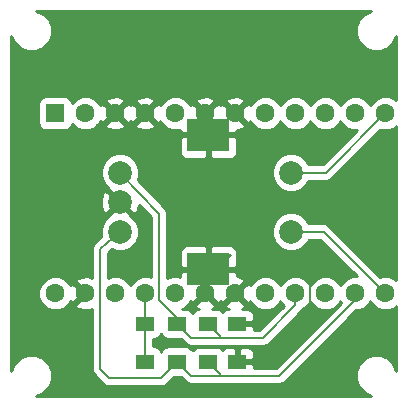
<source format=gbl>
G04 #@! TF.FileFunction,Copper,L2,Bot,Signal*
%FSLAX46Y46*%
G04 Gerber Fmt 4.6, Leading zero omitted, Abs format (unit mm)*
G04 Created by KiCad (PCBNEW 4.0.7) date Tue Jul  3 21:06:47 2018*
%MOMM*%
%LPD*%
G01*
G04 APERTURE LIST*
%ADD10C,0.100000*%
%ADD11R,3.600000X2.800000*%
%ADD12C,2.000000*%
%ADD13R,1.500000X1.250000*%
%ADD14R,1.500000X1.300000*%
%ADD15R,1.600000X1.600000*%
%ADD16C,1.600000*%
%ADD17C,0.600000*%
%ADD18C,0.127000*%
%ADD19C,0.250000*%
%ADD20C,0.254000*%
G04 APERTURE END LIST*
D10*
D11*
X56400000Y-39800000D03*
X56400000Y-51200000D03*
D12*
X63400000Y-43000000D03*
X63400000Y-48000000D03*
X48900000Y-43000000D03*
X48900000Y-45500000D03*
X48900000Y-48000000D03*
D13*
X56350000Y-55800000D03*
X58850000Y-55800000D03*
X56350000Y-59000000D03*
X58850000Y-59000000D03*
D14*
X51050000Y-55800000D03*
X53750000Y-55800000D03*
X51050000Y-59000000D03*
X53750000Y-59000000D03*
D15*
X43430000Y-37980000D03*
D16*
X45970000Y-37980000D03*
X48510000Y-37980000D03*
X51050000Y-37980000D03*
X53590000Y-37980000D03*
X56130000Y-37980000D03*
X58670000Y-37980000D03*
X61210000Y-37980000D03*
X63750000Y-37980000D03*
X66290000Y-37980000D03*
X68830000Y-37980000D03*
X71370000Y-37980000D03*
X71370000Y-53220000D03*
X68830000Y-53220000D03*
X66290000Y-53220000D03*
X63750000Y-53220000D03*
X61210000Y-53220000D03*
X58670000Y-53220000D03*
X56130000Y-53220000D03*
X53590000Y-53220000D03*
X51050000Y-53220000D03*
X48510000Y-53220000D03*
X45970000Y-53220000D03*
X43430000Y-53220000D03*
D17*
X56250000Y-51500000D03*
D18*
X58850000Y-59000000D02*
X60200000Y-59000000D01*
X64600000Y-51200000D02*
X56400000Y-51200000D01*
X65000000Y-51600000D02*
X64600000Y-51200000D01*
X65000000Y-54200000D02*
X65000000Y-51600000D01*
X60200000Y-59000000D02*
X65000000Y-54200000D01*
X56130000Y-37980000D02*
X56130000Y-39530000D01*
X56130000Y-39530000D02*
X56400000Y-39800000D01*
D19*
X57000000Y-51000000D02*
X58000000Y-52000000D01*
X58200000Y-49950000D02*
X57000000Y-51000000D01*
X56250000Y-50750000D02*
X56250000Y-51500000D01*
D18*
X63400000Y-43000000D02*
X66350000Y-43000000D01*
X66350000Y-43000000D02*
X71370000Y-37980000D01*
X63400000Y-48000000D02*
X66150000Y-48000000D01*
X66150000Y-48000000D02*
X71370000Y-53220000D01*
X53750000Y-55800000D02*
X53750000Y-55350000D01*
X53750000Y-55350000D02*
X52200000Y-53800000D01*
X52200000Y-46500000D02*
X48900000Y-43000000D01*
X52200000Y-53800000D02*
X52200000Y-46500000D01*
X57400000Y-57000000D02*
X57400000Y-56850000D01*
X57400000Y-56850000D02*
X56350000Y-55800000D01*
X55000000Y-57000000D02*
X54950000Y-57000000D01*
X63750000Y-54250000D02*
X61000000Y-57000000D01*
X61000000Y-57000000D02*
X57400000Y-57000000D01*
X57400000Y-57000000D02*
X55000000Y-57000000D01*
X63750000Y-53220000D02*
X63750000Y-54250000D01*
X54950000Y-57000000D02*
X53750000Y-55800000D01*
X53750000Y-59000000D02*
X53750000Y-59050000D01*
X53750000Y-59050000D02*
X52400000Y-60400000D01*
X47200000Y-49500000D02*
X48900000Y-48000000D01*
X47200000Y-59600000D02*
X47200000Y-49500000D01*
X48000000Y-60400000D02*
X47200000Y-59600000D01*
X52400000Y-60400000D02*
X48000000Y-60400000D01*
X57400000Y-60200000D02*
X57400000Y-60050000D01*
X57400000Y-60050000D02*
X56350000Y-59000000D01*
X68830000Y-53220000D02*
X68830000Y-53770000D01*
X68830000Y-53770000D02*
X62400000Y-60200000D01*
X62400000Y-60200000D02*
X57400000Y-60200000D01*
X57400000Y-60200000D02*
X54950000Y-60200000D01*
X54950000Y-60200000D02*
X53750000Y-59000000D01*
X51050000Y-59000000D02*
X51050000Y-55800000D01*
X51050000Y-55800000D02*
X51050000Y-53220000D01*
D20*
G36*
X69623011Y-29535067D02*
X69136774Y-30020456D01*
X68873300Y-30654971D01*
X68872701Y-31342014D01*
X69135067Y-31976989D01*
X69620456Y-32463226D01*
X70254971Y-32726700D01*
X70942014Y-32727299D01*
X71576989Y-32464933D01*
X72063226Y-31979544D01*
X72298000Y-31414146D01*
X72298000Y-36889774D01*
X72179386Y-36770953D01*
X71655093Y-36553248D01*
X71087397Y-36552752D01*
X70562725Y-36769543D01*
X70160953Y-37170614D01*
X70100119Y-37317118D01*
X70040457Y-37172725D01*
X69639386Y-36770953D01*
X69115093Y-36553248D01*
X68547397Y-36552752D01*
X68022725Y-36769543D01*
X67620953Y-37170614D01*
X67560119Y-37317118D01*
X67500457Y-37172725D01*
X67099386Y-36770953D01*
X66575093Y-36553248D01*
X66007397Y-36552752D01*
X65482725Y-36769543D01*
X65080953Y-37170614D01*
X65020119Y-37317118D01*
X64960457Y-37172725D01*
X64559386Y-36770953D01*
X64035093Y-36553248D01*
X63467397Y-36552752D01*
X62942725Y-36769543D01*
X62540953Y-37170614D01*
X62480119Y-37317118D01*
X62420457Y-37172725D01*
X62019386Y-36770953D01*
X61495093Y-36553248D01*
X60927397Y-36552752D01*
X60402725Y-36769543D01*
X60000953Y-37170614D01*
X59946240Y-37302379D01*
X59915169Y-37227368D01*
X59670816Y-37153133D01*
X58843948Y-37980000D01*
X59670816Y-38806867D01*
X59915169Y-38732632D01*
X59944027Y-38652916D01*
X59999543Y-38787275D01*
X60400614Y-39189047D01*
X60924907Y-39406752D01*
X61492603Y-39407248D01*
X62017275Y-39190457D01*
X62419047Y-38789386D01*
X62479881Y-38642882D01*
X62539543Y-38787275D01*
X62940614Y-39189047D01*
X63464907Y-39406752D01*
X64032603Y-39407248D01*
X64557275Y-39190457D01*
X64959047Y-38789386D01*
X65019881Y-38642882D01*
X65079543Y-38787275D01*
X65480614Y-39189047D01*
X66004907Y-39406752D01*
X66572603Y-39407248D01*
X67097275Y-39190457D01*
X67499047Y-38789386D01*
X67559881Y-38642882D01*
X67619543Y-38787275D01*
X68020614Y-39189047D01*
X68544907Y-39406752D01*
X68966366Y-39407120D01*
X66063986Y-42309500D01*
X64875108Y-42309500D01*
X64780108Y-42079582D01*
X64322825Y-41621501D01*
X63725050Y-41373283D01*
X63077789Y-41372718D01*
X62479582Y-41619892D01*
X62021501Y-42077175D01*
X61773283Y-42674950D01*
X61772718Y-43322211D01*
X62019892Y-43920418D01*
X62477175Y-44378499D01*
X63074950Y-44626717D01*
X63722211Y-44627282D01*
X64320418Y-44380108D01*
X64778499Y-43922825D01*
X64874969Y-43690500D01*
X66350000Y-43690500D01*
X66614243Y-43637939D01*
X66838257Y-43488257D01*
X70968216Y-39358298D01*
X71084907Y-39406752D01*
X71652603Y-39407248D01*
X72177275Y-39190457D01*
X72298000Y-39069943D01*
X72298000Y-52129774D01*
X72179386Y-52010953D01*
X71655093Y-51793248D01*
X71087397Y-51792752D01*
X70968425Y-51841911D01*
X66638257Y-47511743D01*
X66414243Y-47362061D01*
X66150000Y-47309500D01*
X64875108Y-47309500D01*
X64780108Y-47079582D01*
X64322825Y-46621501D01*
X63725050Y-46373283D01*
X63077789Y-46372718D01*
X62479582Y-46619892D01*
X62021501Y-47077175D01*
X61773283Y-47674950D01*
X61772718Y-48322211D01*
X62019892Y-48920418D01*
X62477175Y-49378499D01*
X63074950Y-49626717D01*
X63722211Y-49627282D01*
X64320418Y-49380108D01*
X64778499Y-48922825D01*
X64874969Y-48690500D01*
X65863986Y-48690500D01*
X68966604Y-51793118D01*
X68547397Y-51792752D01*
X68022725Y-52009543D01*
X67620953Y-52410614D01*
X67560119Y-52557118D01*
X67500457Y-52412725D01*
X67099386Y-52010953D01*
X66575093Y-51793248D01*
X66007397Y-51792752D01*
X65482725Y-52009543D01*
X65080953Y-52410614D01*
X65020119Y-52557118D01*
X64960457Y-52412725D01*
X64559386Y-52010953D01*
X64035093Y-51793248D01*
X63467397Y-51792752D01*
X62942725Y-52009543D01*
X62540953Y-52410614D01*
X62480119Y-52557118D01*
X62420457Y-52412725D01*
X62019386Y-52010953D01*
X61495093Y-51793248D01*
X60927397Y-51792752D01*
X60402725Y-52009543D01*
X60000953Y-52410614D01*
X59946240Y-52542379D01*
X59915169Y-52467368D01*
X59670816Y-52393133D01*
X58843948Y-53220000D01*
X59670816Y-54046867D01*
X59915169Y-53972632D01*
X59944027Y-53892916D01*
X59999543Y-54027275D01*
X60400614Y-54429047D01*
X60924907Y-54646752D01*
X61492603Y-54647248D01*
X62017275Y-54430457D01*
X62419047Y-54029386D01*
X62479881Y-53882882D01*
X62539543Y-54027275D01*
X62767678Y-54255808D01*
X60713986Y-56309500D01*
X60227000Y-56309500D01*
X60227000Y-56079750D01*
X60070250Y-55923000D01*
X58973000Y-55923000D01*
X58973000Y-55943000D01*
X58727000Y-55943000D01*
X58727000Y-55923000D01*
X58707000Y-55923000D01*
X58707000Y-55677000D01*
X58727000Y-55677000D01*
X58727000Y-55657000D01*
X58973000Y-55657000D01*
X58973000Y-55677000D01*
X60070250Y-55677000D01*
X60227000Y-55520250D01*
X60227000Y-55050282D01*
X60131545Y-54819833D01*
X59955167Y-54643455D01*
X59724718Y-54548000D01*
X59222661Y-54548000D01*
X59422632Y-54465169D01*
X59496867Y-54220816D01*
X58670000Y-53393948D01*
X57843133Y-54220816D01*
X57917368Y-54465169D01*
X58146180Y-54548000D01*
X57975282Y-54548000D01*
X57744833Y-54643455D01*
X57597709Y-54790579D01*
X57558243Y-54729247D01*
X57348717Y-54586083D01*
X57100000Y-54535717D01*
X56712314Y-54535717D01*
X56882632Y-54465169D01*
X56956867Y-54220816D01*
X56130000Y-53393948D01*
X55303133Y-54220816D01*
X55377368Y-54465169D01*
X55581740Y-54539153D01*
X55367648Y-54579437D01*
X55154247Y-54716757D01*
X55057451Y-54858421D01*
X54958243Y-54704247D01*
X54748717Y-54561083D01*
X54500000Y-54510717D01*
X54203032Y-54510717D01*
X54397275Y-54430457D01*
X54799047Y-54029386D01*
X54853760Y-53897621D01*
X54884831Y-53972632D01*
X55129184Y-54046867D01*
X55949052Y-53227000D01*
X56120250Y-53227000D01*
X56229742Y-53117509D01*
X56276998Y-53164765D01*
X56276998Y-53227000D01*
X56310948Y-53227000D01*
X57130816Y-54046867D01*
X57375169Y-53972632D01*
X57398330Y-53908653D01*
X57424831Y-53972632D01*
X57669184Y-54046867D01*
X58496052Y-53220000D01*
X58481910Y-53205858D01*
X58655858Y-53031910D01*
X58670000Y-53046052D01*
X59496867Y-52219184D01*
X59422632Y-51974831D01*
X58888836Y-51781594D01*
X58827000Y-51784401D01*
X58827000Y-51479750D01*
X58670250Y-51323000D01*
X56523000Y-51323000D01*
X56523000Y-51343000D01*
X56277000Y-51343000D01*
X56277000Y-51323000D01*
X54129750Y-51323000D01*
X53973000Y-51479750D01*
X53973000Y-51833902D01*
X53875093Y-51793248D01*
X53307397Y-51792752D01*
X52890500Y-51965011D01*
X52890500Y-49675282D01*
X53973000Y-49675282D01*
X53973000Y-50920250D01*
X54129750Y-51077000D01*
X56277000Y-51077000D01*
X56277000Y-49329750D01*
X56523000Y-49329750D01*
X56523000Y-51077000D01*
X58670250Y-51077000D01*
X58827000Y-50920250D01*
X58827000Y-49675282D01*
X58731545Y-49444833D01*
X58555167Y-49268455D01*
X58324718Y-49173000D01*
X56679750Y-49173000D01*
X56523000Y-49329750D01*
X56277000Y-49329750D01*
X56120250Y-49173000D01*
X54475282Y-49173000D01*
X54244833Y-49268455D01*
X54068455Y-49444833D01*
X53973000Y-49675282D01*
X52890500Y-49675282D01*
X52890500Y-46500000D01*
X52866158Y-46377624D01*
X52845431Y-46254626D01*
X52839953Y-46245881D01*
X52837939Y-46235757D01*
X52768623Y-46132019D01*
X52702400Y-46026308D01*
X50413217Y-43598387D01*
X50526717Y-43325050D01*
X50527282Y-42677789D01*
X50280108Y-42079582D01*
X49822825Y-41621501D01*
X49225050Y-41373283D01*
X48577789Y-41372718D01*
X47979582Y-41619892D01*
X47521501Y-42077175D01*
X47273283Y-42674950D01*
X47272718Y-43322211D01*
X47519892Y-43920418D01*
X47935109Y-44336360D01*
X47928378Y-44354430D01*
X48900000Y-45326052D01*
X48914143Y-45311910D01*
X49088091Y-45485858D01*
X49073948Y-45500000D01*
X50045570Y-46471622D01*
X50310662Y-46372869D01*
X50537314Y-45766589D01*
X50536461Y-45742181D01*
X51509500Y-46774193D01*
X51509500Y-51865668D01*
X51335093Y-51793248D01*
X50767397Y-51792752D01*
X50242725Y-52009543D01*
X49840953Y-52410614D01*
X49780119Y-52557118D01*
X49720457Y-52412725D01*
X49319386Y-52010953D01*
X48795093Y-51793248D01*
X48227397Y-51792752D01*
X47890500Y-51931956D01*
X47890500Y-49811601D01*
X48252011Y-49492621D01*
X48574950Y-49626717D01*
X49222211Y-49627282D01*
X49820418Y-49380108D01*
X50278499Y-48922825D01*
X50526717Y-48325050D01*
X50527282Y-47677789D01*
X50280108Y-47079582D01*
X49864891Y-46663640D01*
X49871622Y-46645570D01*
X48900000Y-45673948D01*
X47928378Y-46645570D01*
X47935285Y-46664112D01*
X47521501Y-47077175D01*
X47273283Y-47674950D01*
X47272718Y-48322211D01*
X47331085Y-48463471D01*
X46743150Y-48982237D01*
X46729904Y-48999608D01*
X46711743Y-49011743D01*
X46648653Y-49106164D01*
X46579786Y-49196478D01*
X46574196Y-49217595D01*
X46562061Y-49235757D01*
X46539905Y-49347143D01*
X46510845Y-49456928D01*
X46513762Y-49478575D01*
X46509500Y-49500000D01*
X46509500Y-51897676D01*
X46188836Y-51781594D01*
X45621724Y-51807341D01*
X45217368Y-51974831D01*
X45143133Y-52219184D01*
X45970000Y-53046052D01*
X45984142Y-53031909D01*
X46158091Y-53205858D01*
X46143948Y-53220000D01*
X46158091Y-53234143D01*
X45984142Y-53408091D01*
X45970000Y-53393948D01*
X45143133Y-54220816D01*
X45217368Y-54465169D01*
X45751164Y-54658406D01*
X46318276Y-54632659D01*
X46509500Y-54553451D01*
X46509500Y-59600000D01*
X46562061Y-59864243D01*
X46711743Y-60088257D01*
X47511743Y-60888257D01*
X47735757Y-61037939D01*
X48000000Y-61090500D01*
X52400000Y-61090500D01*
X52664243Y-61037939D01*
X52888257Y-60888257D01*
X53487231Y-60289283D01*
X54062769Y-60289283D01*
X54461743Y-60688257D01*
X54685757Y-60837939D01*
X54950000Y-60890500D01*
X62400000Y-60890500D01*
X62664243Y-60837939D01*
X62888257Y-60688257D01*
X68929426Y-54647088D01*
X69112603Y-54647248D01*
X69637275Y-54430457D01*
X70039047Y-54029386D01*
X70099881Y-53882882D01*
X70159543Y-54027275D01*
X70560614Y-54429047D01*
X71084907Y-54646752D01*
X71652603Y-54647248D01*
X72177275Y-54430457D01*
X72298000Y-54309943D01*
X72298000Y-59787077D01*
X72064933Y-59223011D01*
X71579544Y-58736774D01*
X70945029Y-58473300D01*
X70257986Y-58472701D01*
X69623011Y-58735067D01*
X69136774Y-59220456D01*
X68873300Y-59854971D01*
X68872701Y-60542014D01*
X69135067Y-61176989D01*
X69620456Y-61663226D01*
X70185854Y-61898000D01*
X41812923Y-61898000D01*
X42376989Y-61664933D01*
X42863226Y-61179544D01*
X43126700Y-60545029D01*
X43127299Y-59857986D01*
X42864933Y-59223011D01*
X42379544Y-58736774D01*
X41745029Y-58473300D01*
X41057986Y-58472701D01*
X40423011Y-58735067D01*
X39936774Y-59220456D01*
X39702000Y-59785854D01*
X39702000Y-53502603D01*
X42002752Y-53502603D01*
X42219543Y-54027275D01*
X42620614Y-54429047D01*
X43144907Y-54646752D01*
X43712603Y-54647248D01*
X44237275Y-54430457D01*
X44639047Y-54029386D01*
X44693760Y-53897621D01*
X44724831Y-53972632D01*
X44969184Y-54046867D01*
X45796052Y-53220000D01*
X44969184Y-52393133D01*
X44724831Y-52467368D01*
X44695973Y-52547084D01*
X44640457Y-52412725D01*
X44239386Y-52010953D01*
X43715093Y-51793248D01*
X43147397Y-51792752D01*
X42622725Y-52009543D01*
X42220953Y-52410614D01*
X42003248Y-52934907D01*
X42002752Y-53502603D01*
X39702000Y-53502603D01*
X39702000Y-45233411D01*
X47262686Y-45233411D01*
X47285300Y-45880277D01*
X47489338Y-46372869D01*
X47754430Y-46471622D01*
X48726052Y-45500000D01*
X47754430Y-44528378D01*
X47489338Y-44627131D01*
X47262686Y-45233411D01*
X39702000Y-45233411D01*
X39702000Y-40079750D01*
X53973000Y-40079750D01*
X53973000Y-41324718D01*
X54068455Y-41555167D01*
X54244833Y-41731545D01*
X54475282Y-41827000D01*
X56120250Y-41827000D01*
X56277000Y-41670250D01*
X56277000Y-39923000D01*
X56523000Y-39923000D01*
X56523000Y-41670250D01*
X56679750Y-41827000D01*
X58324718Y-41827000D01*
X58555167Y-41731545D01*
X58731545Y-41555167D01*
X58827000Y-41324718D01*
X58827000Y-40079750D01*
X58670250Y-39923000D01*
X56523000Y-39923000D01*
X56277000Y-39923000D01*
X54129750Y-39923000D01*
X53973000Y-40079750D01*
X39702000Y-40079750D01*
X39702000Y-37180000D01*
X41990717Y-37180000D01*
X41990717Y-38780000D01*
X42034437Y-39012352D01*
X42171757Y-39225753D01*
X42381283Y-39368917D01*
X42630000Y-39419283D01*
X44230000Y-39419283D01*
X44462352Y-39375563D01*
X44675753Y-39238243D01*
X44818917Y-39028717D01*
X44849551Y-38877440D01*
X45160614Y-39189047D01*
X45684907Y-39406752D01*
X46252603Y-39407248D01*
X46777275Y-39190457D01*
X46987282Y-38980816D01*
X47683133Y-38980816D01*
X47757368Y-39225169D01*
X48291164Y-39418406D01*
X48858276Y-39392659D01*
X49262632Y-39225169D01*
X49336867Y-38980816D01*
X50223133Y-38980816D01*
X50297368Y-39225169D01*
X50831164Y-39418406D01*
X51398276Y-39392659D01*
X51802632Y-39225169D01*
X51876867Y-38980816D01*
X51050000Y-38153948D01*
X50223133Y-38980816D01*
X49336867Y-38980816D01*
X48510000Y-38153948D01*
X47683133Y-38980816D01*
X46987282Y-38980816D01*
X47179047Y-38789386D01*
X47233760Y-38657621D01*
X47264831Y-38732632D01*
X47509184Y-38806867D01*
X48336052Y-37980000D01*
X48683948Y-37980000D01*
X49510816Y-38806867D01*
X49755169Y-38732632D01*
X49778330Y-38668653D01*
X49804831Y-38732632D01*
X50049184Y-38806867D01*
X50876052Y-37980000D01*
X51223948Y-37980000D01*
X52050816Y-38806867D01*
X52295169Y-38732632D01*
X52324027Y-38652916D01*
X52379543Y-38787275D01*
X52780614Y-39189047D01*
X53304907Y-39406752D01*
X53872603Y-39407248D01*
X53973000Y-39365765D01*
X53973000Y-39520250D01*
X54129750Y-39677000D01*
X56277000Y-39677000D01*
X56277000Y-39401797D01*
X56478276Y-39392659D01*
X56523000Y-39374134D01*
X56523000Y-39677000D01*
X58670250Y-39677000D01*
X58827000Y-39520250D01*
X58827000Y-39401343D01*
X59018276Y-39392659D01*
X59422632Y-39225169D01*
X59496867Y-38980816D01*
X58827000Y-38310948D01*
X58827000Y-38275282D01*
X58731545Y-38044833D01*
X58555167Y-37868455D01*
X58324718Y-37773000D01*
X58289052Y-37773000D01*
X57669184Y-37153133D01*
X57424831Y-37227368D01*
X57401670Y-37291347D01*
X57375169Y-37227368D01*
X57130816Y-37153133D01*
X56303948Y-37980000D01*
X56318091Y-37994143D01*
X56277000Y-38035233D01*
X56277000Y-37929750D01*
X56141651Y-37794401D01*
X56956867Y-36979184D01*
X57843133Y-36979184D01*
X58670000Y-37806052D01*
X59496867Y-36979184D01*
X59422632Y-36734831D01*
X58888836Y-36541594D01*
X58321724Y-36567341D01*
X57917368Y-36734831D01*
X57843133Y-36979184D01*
X56956867Y-36979184D01*
X56882632Y-36734831D01*
X56348836Y-36541594D01*
X55781724Y-36567341D01*
X55377368Y-36734831D01*
X55303133Y-36979184D01*
X56096948Y-37773000D01*
X55749052Y-37773000D01*
X55129184Y-37153133D01*
X54884831Y-37227368D01*
X54855973Y-37307084D01*
X54800457Y-37172725D01*
X54399386Y-36770953D01*
X53875093Y-36553248D01*
X53307397Y-36552752D01*
X52782725Y-36769543D01*
X52380953Y-37170614D01*
X52326240Y-37302379D01*
X52295169Y-37227368D01*
X52050816Y-37153133D01*
X51223948Y-37980000D01*
X50876052Y-37980000D01*
X50049184Y-37153133D01*
X49804831Y-37227368D01*
X49781670Y-37291347D01*
X49755169Y-37227368D01*
X49510816Y-37153133D01*
X48683948Y-37980000D01*
X48336052Y-37980000D01*
X47509184Y-37153133D01*
X47264831Y-37227368D01*
X47235973Y-37307084D01*
X47180457Y-37172725D01*
X46987254Y-36979184D01*
X47683133Y-36979184D01*
X48510000Y-37806052D01*
X49336867Y-36979184D01*
X50223133Y-36979184D01*
X51050000Y-37806052D01*
X51876867Y-36979184D01*
X51802632Y-36734831D01*
X51268836Y-36541594D01*
X50701724Y-36567341D01*
X50297368Y-36734831D01*
X50223133Y-36979184D01*
X49336867Y-36979184D01*
X49262632Y-36734831D01*
X48728836Y-36541594D01*
X48161724Y-36567341D01*
X47757368Y-36734831D01*
X47683133Y-36979184D01*
X46987254Y-36979184D01*
X46779386Y-36770953D01*
X46255093Y-36553248D01*
X45687397Y-36552752D01*
X45162725Y-36769543D01*
X44850666Y-37081058D01*
X44825563Y-36947648D01*
X44688243Y-36734247D01*
X44478717Y-36591083D01*
X44230000Y-36540717D01*
X42630000Y-36540717D01*
X42397648Y-36584437D01*
X42184247Y-36721757D01*
X42041083Y-36931283D01*
X41990717Y-37180000D01*
X39702000Y-37180000D01*
X39702000Y-31412923D01*
X39935067Y-31976989D01*
X40420456Y-32463226D01*
X41054971Y-32726700D01*
X41742014Y-32727299D01*
X42376989Y-32464933D01*
X42863226Y-31979544D01*
X43126700Y-31345029D01*
X43127299Y-30657986D01*
X42864933Y-30023011D01*
X42379544Y-29536774D01*
X41814146Y-29302000D01*
X70187077Y-29302000D01*
X69623011Y-29535067D01*
X69623011Y-29535067D01*
G37*
X69623011Y-29535067D02*
X69136774Y-30020456D01*
X68873300Y-30654971D01*
X68872701Y-31342014D01*
X69135067Y-31976989D01*
X69620456Y-32463226D01*
X70254971Y-32726700D01*
X70942014Y-32727299D01*
X71576989Y-32464933D01*
X72063226Y-31979544D01*
X72298000Y-31414146D01*
X72298000Y-36889774D01*
X72179386Y-36770953D01*
X71655093Y-36553248D01*
X71087397Y-36552752D01*
X70562725Y-36769543D01*
X70160953Y-37170614D01*
X70100119Y-37317118D01*
X70040457Y-37172725D01*
X69639386Y-36770953D01*
X69115093Y-36553248D01*
X68547397Y-36552752D01*
X68022725Y-36769543D01*
X67620953Y-37170614D01*
X67560119Y-37317118D01*
X67500457Y-37172725D01*
X67099386Y-36770953D01*
X66575093Y-36553248D01*
X66007397Y-36552752D01*
X65482725Y-36769543D01*
X65080953Y-37170614D01*
X65020119Y-37317118D01*
X64960457Y-37172725D01*
X64559386Y-36770953D01*
X64035093Y-36553248D01*
X63467397Y-36552752D01*
X62942725Y-36769543D01*
X62540953Y-37170614D01*
X62480119Y-37317118D01*
X62420457Y-37172725D01*
X62019386Y-36770953D01*
X61495093Y-36553248D01*
X60927397Y-36552752D01*
X60402725Y-36769543D01*
X60000953Y-37170614D01*
X59946240Y-37302379D01*
X59915169Y-37227368D01*
X59670816Y-37153133D01*
X58843948Y-37980000D01*
X59670816Y-38806867D01*
X59915169Y-38732632D01*
X59944027Y-38652916D01*
X59999543Y-38787275D01*
X60400614Y-39189047D01*
X60924907Y-39406752D01*
X61492603Y-39407248D01*
X62017275Y-39190457D01*
X62419047Y-38789386D01*
X62479881Y-38642882D01*
X62539543Y-38787275D01*
X62940614Y-39189047D01*
X63464907Y-39406752D01*
X64032603Y-39407248D01*
X64557275Y-39190457D01*
X64959047Y-38789386D01*
X65019881Y-38642882D01*
X65079543Y-38787275D01*
X65480614Y-39189047D01*
X66004907Y-39406752D01*
X66572603Y-39407248D01*
X67097275Y-39190457D01*
X67499047Y-38789386D01*
X67559881Y-38642882D01*
X67619543Y-38787275D01*
X68020614Y-39189047D01*
X68544907Y-39406752D01*
X68966366Y-39407120D01*
X66063986Y-42309500D01*
X64875108Y-42309500D01*
X64780108Y-42079582D01*
X64322825Y-41621501D01*
X63725050Y-41373283D01*
X63077789Y-41372718D01*
X62479582Y-41619892D01*
X62021501Y-42077175D01*
X61773283Y-42674950D01*
X61772718Y-43322211D01*
X62019892Y-43920418D01*
X62477175Y-44378499D01*
X63074950Y-44626717D01*
X63722211Y-44627282D01*
X64320418Y-44380108D01*
X64778499Y-43922825D01*
X64874969Y-43690500D01*
X66350000Y-43690500D01*
X66614243Y-43637939D01*
X66838257Y-43488257D01*
X70968216Y-39358298D01*
X71084907Y-39406752D01*
X71652603Y-39407248D01*
X72177275Y-39190457D01*
X72298000Y-39069943D01*
X72298000Y-52129774D01*
X72179386Y-52010953D01*
X71655093Y-51793248D01*
X71087397Y-51792752D01*
X70968425Y-51841911D01*
X66638257Y-47511743D01*
X66414243Y-47362061D01*
X66150000Y-47309500D01*
X64875108Y-47309500D01*
X64780108Y-47079582D01*
X64322825Y-46621501D01*
X63725050Y-46373283D01*
X63077789Y-46372718D01*
X62479582Y-46619892D01*
X62021501Y-47077175D01*
X61773283Y-47674950D01*
X61772718Y-48322211D01*
X62019892Y-48920418D01*
X62477175Y-49378499D01*
X63074950Y-49626717D01*
X63722211Y-49627282D01*
X64320418Y-49380108D01*
X64778499Y-48922825D01*
X64874969Y-48690500D01*
X65863986Y-48690500D01*
X68966604Y-51793118D01*
X68547397Y-51792752D01*
X68022725Y-52009543D01*
X67620953Y-52410614D01*
X67560119Y-52557118D01*
X67500457Y-52412725D01*
X67099386Y-52010953D01*
X66575093Y-51793248D01*
X66007397Y-51792752D01*
X65482725Y-52009543D01*
X65080953Y-52410614D01*
X65020119Y-52557118D01*
X64960457Y-52412725D01*
X64559386Y-52010953D01*
X64035093Y-51793248D01*
X63467397Y-51792752D01*
X62942725Y-52009543D01*
X62540953Y-52410614D01*
X62480119Y-52557118D01*
X62420457Y-52412725D01*
X62019386Y-52010953D01*
X61495093Y-51793248D01*
X60927397Y-51792752D01*
X60402725Y-52009543D01*
X60000953Y-52410614D01*
X59946240Y-52542379D01*
X59915169Y-52467368D01*
X59670816Y-52393133D01*
X58843948Y-53220000D01*
X59670816Y-54046867D01*
X59915169Y-53972632D01*
X59944027Y-53892916D01*
X59999543Y-54027275D01*
X60400614Y-54429047D01*
X60924907Y-54646752D01*
X61492603Y-54647248D01*
X62017275Y-54430457D01*
X62419047Y-54029386D01*
X62479881Y-53882882D01*
X62539543Y-54027275D01*
X62767678Y-54255808D01*
X60713986Y-56309500D01*
X60227000Y-56309500D01*
X60227000Y-56079750D01*
X60070250Y-55923000D01*
X58973000Y-55923000D01*
X58973000Y-55943000D01*
X58727000Y-55943000D01*
X58727000Y-55923000D01*
X58707000Y-55923000D01*
X58707000Y-55677000D01*
X58727000Y-55677000D01*
X58727000Y-55657000D01*
X58973000Y-55657000D01*
X58973000Y-55677000D01*
X60070250Y-55677000D01*
X60227000Y-55520250D01*
X60227000Y-55050282D01*
X60131545Y-54819833D01*
X59955167Y-54643455D01*
X59724718Y-54548000D01*
X59222661Y-54548000D01*
X59422632Y-54465169D01*
X59496867Y-54220816D01*
X58670000Y-53393948D01*
X57843133Y-54220816D01*
X57917368Y-54465169D01*
X58146180Y-54548000D01*
X57975282Y-54548000D01*
X57744833Y-54643455D01*
X57597709Y-54790579D01*
X57558243Y-54729247D01*
X57348717Y-54586083D01*
X57100000Y-54535717D01*
X56712314Y-54535717D01*
X56882632Y-54465169D01*
X56956867Y-54220816D01*
X56130000Y-53393948D01*
X55303133Y-54220816D01*
X55377368Y-54465169D01*
X55581740Y-54539153D01*
X55367648Y-54579437D01*
X55154247Y-54716757D01*
X55057451Y-54858421D01*
X54958243Y-54704247D01*
X54748717Y-54561083D01*
X54500000Y-54510717D01*
X54203032Y-54510717D01*
X54397275Y-54430457D01*
X54799047Y-54029386D01*
X54853760Y-53897621D01*
X54884831Y-53972632D01*
X55129184Y-54046867D01*
X55949052Y-53227000D01*
X56120250Y-53227000D01*
X56229742Y-53117509D01*
X56276998Y-53164765D01*
X56276998Y-53227000D01*
X56310948Y-53227000D01*
X57130816Y-54046867D01*
X57375169Y-53972632D01*
X57398330Y-53908653D01*
X57424831Y-53972632D01*
X57669184Y-54046867D01*
X58496052Y-53220000D01*
X58481910Y-53205858D01*
X58655858Y-53031910D01*
X58670000Y-53046052D01*
X59496867Y-52219184D01*
X59422632Y-51974831D01*
X58888836Y-51781594D01*
X58827000Y-51784401D01*
X58827000Y-51479750D01*
X58670250Y-51323000D01*
X56523000Y-51323000D01*
X56523000Y-51343000D01*
X56277000Y-51343000D01*
X56277000Y-51323000D01*
X54129750Y-51323000D01*
X53973000Y-51479750D01*
X53973000Y-51833902D01*
X53875093Y-51793248D01*
X53307397Y-51792752D01*
X52890500Y-51965011D01*
X52890500Y-49675282D01*
X53973000Y-49675282D01*
X53973000Y-50920250D01*
X54129750Y-51077000D01*
X56277000Y-51077000D01*
X56277000Y-49329750D01*
X56523000Y-49329750D01*
X56523000Y-51077000D01*
X58670250Y-51077000D01*
X58827000Y-50920250D01*
X58827000Y-49675282D01*
X58731545Y-49444833D01*
X58555167Y-49268455D01*
X58324718Y-49173000D01*
X56679750Y-49173000D01*
X56523000Y-49329750D01*
X56277000Y-49329750D01*
X56120250Y-49173000D01*
X54475282Y-49173000D01*
X54244833Y-49268455D01*
X54068455Y-49444833D01*
X53973000Y-49675282D01*
X52890500Y-49675282D01*
X52890500Y-46500000D01*
X52866158Y-46377624D01*
X52845431Y-46254626D01*
X52839953Y-46245881D01*
X52837939Y-46235757D01*
X52768623Y-46132019D01*
X52702400Y-46026308D01*
X50413217Y-43598387D01*
X50526717Y-43325050D01*
X50527282Y-42677789D01*
X50280108Y-42079582D01*
X49822825Y-41621501D01*
X49225050Y-41373283D01*
X48577789Y-41372718D01*
X47979582Y-41619892D01*
X47521501Y-42077175D01*
X47273283Y-42674950D01*
X47272718Y-43322211D01*
X47519892Y-43920418D01*
X47935109Y-44336360D01*
X47928378Y-44354430D01*
X48900000Y-45326052D01*
X48914143Y-45311910D01*
X49088091Y-45485858D01*
X49073948Y-45500000D01*
X50045570Y-46471622D01*
X50310662Y-46372869D01*
X50537314Y-45766589D01*
X50536461Y-45742181D01*
X51509500Y-46774193D01*
X51509500Y-51865668D01*
X51335093Y-51793248D01*
X50767397Y-51792752D01*
X50242725Y-52009543D01*
X49840953Y-52410614D01*
X49780119Y-52557118D01*
X49720457Y-52412725D01*
X49319386Y-52010953D01*
X48795093Y-51793248D01*
X48227397Y-51792752D01*
X47890500Y-51931956D01*
X47890500Y-49811601D01*
X48252011Y-49492621D01*
X48574950Y-49626717D01*
X49222211Y-49627282D01*
X49820418Y-49380108D01*
X50278499Y-48922825D01*
X50526717Y-48325050D01*
X50527282Y-47677789D01*
X50280108Y-47079582D01*
X49864891Y-46663640D01*
X49871622Y-46645570D01*
X48900000Y-45673948D01*
X47928378Y-46645570D01*
X47935285Y-46664112D01*
X47521501Y-47077175D01*
X47273283Y-47674950D01*
X47272718Y-48322211D01*
X47331085Y-48463471D01*
X46743150Y-48982237D01*
X46729904Y-48999608D01*
X46711743Y-49011743D01*
X46648653Y-49106164D01*
X46579786Y-49196478D01*
X46574196Y-49217595D01*
X46562061Y-49235757D01*
X46539905Y-49347143D01*
X46510845Y-49456928D01*
X46513762Y-49478575D01*
X46509500Y-49500000D01*
X46509500Y-51897676D01*
X46188836Y-51781594D01*
X45621724Y-51807341D01*
X45217368Y-51974831D01*
X45143133Y-52219184D01*
X45970000Y-53046052D01*
X45984142Y-53031909D01*
X46158091Y-53205858D01*
X46143948Y-53220000D01*
X46158091Y-53234143D01*
X45984142Y-53408091D01*
X45970000Y-53393948D01*
X45143133Y-54220816D01*
X45217368Y-54465169D01*
X45751164Y-54658406D01*
X46318276Y-54632659D01*
X46509500Y-54553451D01*
X46509500Y-59600000D01*
X46562061Y-59864243D01*
X46711743Y-60088257D01*
X47511743Y-60888257D01*
X47735757Y-61037939D01*
X48000000Y-61090500D01*
X52400000Y-61090500D01*
X52664243Y-61037939D01*
X52888257Y-60888257D01*
X53487231Y-60289283D01*
X54062769Y-60289283D01*
X54461743Y-60688257D01*
X54685757Y-60837939D01*
X54950000Y-60890500D01*
X62400000Y-60890500D01*
X62664243Y-60837939D01*
X62888257Y-60688257D01*
X68929426Y-54647088D01*
X69112603Y-54647248D01*
X69637275Y-54430457D01*
X70039047Y-54029386D01*
X70099881Y-53882882D01*
X70159543Y-54027275D01*
X70560614Y-54429047D01*
X71084907Y-54646752D01*
X71652603Y-54647248D01*
X72177275Y-54430457D01*
X72298000Y-54309943D01*
X72298000Y-59787077D01*
X72064933Y-59223011D01*
X71579544Y-58736774D01*
X70945029Y-58473300D01*
X70257986Y-58472701D01*
X69623011Y-58735067D01*
X69136774Y-59220456D01*
X68873300Y-59854971D01*
X68872701Y-60542014D01*
X69135067Y-61176989D01*
X69620456Y-61663226D01*
X70185854Y-61898000D01*
X41812923Y-61898000D01*
X42376989Y-61664933D01*
X42863226Y-61179544D01*
X43126700Y-60545029D01*
X43127299Y-59857986D01*
X42864933Y-59223011D01*
X42379544Y-58736774D01*
X41745029Y-58473300D01*
X41057986Y-58472701D01*
X40423011Y-58735067D01*
X39936774Y-59220456D01*
X39702000Y-59785854D01*
X39702000Y-53502603D01*
X42002752Y-53502603D01*
X42219543Y-54027275D01*
X42620614Y-54429047D01*
X43144907Y-54646752D01*
X43712603Y-54647248D01*
X44237275Y-54430457D01*
X44639047Y-54029386D01*
X44693760Y-53897621D01*
X44724831Y-53972632D01*
X44969184Y-54046867D01*
X45796052Y-53220000D01*
X44969184Y-52393133D01*
X44724831Y-52467368D01*
X44695973Y-52547084D01*
X44640457Y-52412725D01*
X44239386Y-52010953D01*
X43715093Y-51793248D01*
X43147397Y-51792752D01*
X42622725Y-52009543D01*
X42220953Y-52410614D01*
X42003248Y-52934907D01*
X42002752Y-53502603D01*
X39702000Y-53502603D01*
X39702000Y-45233411D01*
X47262686Y-45233411D01*
X47285300Y-45880277D01*
X47489338Y-46372869D01*
X47754430Y-46471622D01*
X48726052Y-45500000D01*
X47754430Y-44528378D01*
X47489338Y-44627131D01*
X47262686Y-45233411D01*
X39702000Y-45233411D01*
X39702000Y-40079750D01*
X53973000Y-40079750D01*
X53973000Y-41324718D01*
X54068455Y-41555167D01*
X54244833Y-41731545D01*
X54475282Y-41827000D01*
X56120250Y-41827000D01*
X56277000Y-41670250D01*
X56277000Y-39923000D01*
X56523000Y-39923000D01*
X56523000Y-41670250D01*
X56679750Y-41827000D01*
X58324718Y-41827000D01*
X58555167Y-41731545D01*
X58731545Y-41555167D01*
X58827000Y-41324718D01*
X58827000Y-40079750D01*
X58670250Y-39923000D01*
X56523000Y-39923000D01*
X56277000Y-39923000D01*
X54129750Y-39923000D01*
X53973000Y-40079750D01*
X39702000Y-40079750D01*
X39702000Y-37180000D01*
X41990717Y-37180000D01*
X41990717Y-38780000D01*
X42034437Y-39012352D01*
X42171757Y-39225753D01*
X42381283Y-39368917D01*
X42630000Y-39419283D01*
X44230000Y-39419283D01*
X44462352Y-39375563D01*
X44675753Y-39238243D01*
X44818917Y-39028717D01*
X44849551Y-38877440D01*
X45160614Y-39189047D01*
X45684907Y-39406752D01*
X46252603Y-39407248D01*
X46777275Y-39190457D01*
X46987282Y-38980816D01*
X47683133Y-38980816D01*
X47757368Y-39225169D01*
X48291164Y-39418406D01*
X48858276Y-39392659D01*
X49262632Y-39225169D01*
X49336867Y-38980816D01*
X50223133Y-38980816D01*
X50297368Y-39225169D01*
X50831164Y-39418406D01*
X51398276Y-39392659D01*
X51802632Y-39225169D01*
X51876867Y-38980816D01*
X51050000Y-38153948D01*
X50223133Y-38980816D01*
X49336867Y-38980816D01*
X48510000Y-38153948D01*
X47683133Y-38980816D01*
X46987282Y-38980816D01*
X47179047Y-38789386D01*
X47233760Y-38657621D01*
X47264831Y-38732632D01*
X47509184Y-38806867D01*
X48336052Y-37980000D01*
X48683948Y-37980000D01*
X49510816Y-38806867D01*
X49755169Y-38732632D01*
X49778330Y-38668653D01*
X49804831Y-38732632D01*
X50049184Y-38806867D01*
X50876052Y-37980000D01*
X51223948Y-37980000D01*
X52050816Y-38806867D01*
X52295169Y-38732632D01*
X52324027Y-38652916D01*
X52379543Y-38787275D01*
X52780614Y-39189047D01*
X53304907Y-39406752D01*
X53872603Y-39407248D01*
X53973000Y-39365765D01*
X53973000Y-39520250D01*
X54129750Y-39677000D01*
X56277000Y-39677000D01*
X56277000Y-39401797D01*
X56478276Y-39392659D01*
X56523000Y-39374134D01*
X56523000Y-39677000D01*
X58670250Y-39677000D01*
X58827000Y-39520250D01*
X58827000Y-39401343D01*
X59018276Y-39392659D01*
X59422632Y-39225169D01*
X59496867Y-38980816D01*
X58827000Y-38310948D01*
X58827000Y-38275282D01*
X58731545Y-38044833D01*
X58555167Y-37868455D01*
X58324718Y-37773000D01*
X58289052Y-37773000D01*
X57669184Y-37153133D01*
X57424831Y-37227368D01*
X57401670Y-37291347D01*
X57375169Y-37227368D01*
X57130816Y-37153133D01*
X56303948Y-37980000D01*
X56318091Y-37994143D01*
X56277000Y-38035233D01*
X56277000Y-37929750D01*
X56141651Y-37794401D01*
X56956867Y-36979184D01*
X57843133Y-36979184D01*
X58670000Y-37806052D01*
X59496867Y-36979184D01*
X59422632Y-36734831D01*
X58888836Y-36541594D01*
X58321724Y-36567341D01*
X57917368Y-36734831D01*
X57843133Y-36979184D01*
X56956867Y-36979184D01*
X56882632Y-36734831D01*
X56348836Y-36541594D01*
X55781724Y-36567341D01*
X55377368Y-36734831D01*
X55303133Y-36979184D01*
X56096948Y-37773000D01*
X55749052Y-37773000D01*
X55129184Y-37153133D01*
X54884831Y-37227368D01*
X54855973Y-37307084D01*
X54800457Y-37172725D01*
X54399386Y-36770953D01*
X53875093Y-36553248D01*
X53307397Y-36552752D01*
X52782725Y-36769543D01*
X52380953Y-37170614D01*
X52326240Y-37302379D01*
X52295169Y-37227368D01*
X52050816Y-37153133D01*
X51223948Y-37980000D01*
X50876052Y-37980000D01*
X50049184Y-37153133D01*
X49804831Y-37227368D01*
X49781670Y-37291347D01*
X49755169Y-37227368D01*
X49510816Y-37153133D01*
X48683948Y-37980000D01*
X48336052Y-37980000D01*
X47509184Y-37153133D01*
X47264831Y-37227368D01*
X47235973Y-37307084D01*
X47180457Y-37172725D01*
X46987254Y-36979184D01*
X47683133Y-36979184D01*
X48510000Y-37806052D01*
X49336867Y-36979184D01*
X50223133Y-36979184D01*
X51050000Y-37806052D01*
X51876867Y-36979184D01*
X51802632Y-36734831D01*
X51268836Y-36541594D01*
X50701724Y-36567341D01*
X50297368Y-36734831D01*
X50223133Y-36979184D01*
X49336867Y-36979184D01*
X49262632Y-36734831D01*
X48728836Y-36541594D01*
X48161724Y-36567341D01*
X47757368Y-36734831D01*
X47683133Y-36979184D01*
X46987254Y-36979184D01*
X46779386Y-36770953D01*
X46255093Y-36553248D01*
X45687397Y-36552752D01*
X45162725Y-36769543D01*
X44850666Y-37081058D01*
X44825563Y-36947648D01*
X44688243Y-36734247D01*
X44478717Y-36591083D01*
X44230000Y-36540717D01*
X42630000Y-36540717D01*
X42397648Y-36584437D01*
X42184247Y-36721757D01*
X42041083Y-36931283D01*
X41990717Y-37180000D01*
X39702000Y-37180000D01*
X39702000Y-31412923D01*
X39935067Y-31976989D01*
X40420456Y-32463226D01*
X41054971Y-32726700D01*
X41742014Y-32727299D01*
X42376989Y-32464933D01*
X42863226Y-31979544D01*
X43126700Y-31345029D01*
X43127299Y-30657986D01*
X42864933Y-30023011D01*
X42379544Y-29536774D01*
X41814146Y-29302000D01*
X70187077Y-29302000D01*
X69623011Y-29535067D01*
G36*
X67612721Y-54010765D02*
X62113986Y-59509500D01*
X60227000Y-59509500D01*
X60227000Y-59279750D01*
X60070250Y-59123000D01*
X58973000Y-59123000D01*
X58973000Y-59143000D01*
X58727000Y-59143000D01*
X58727000Y-59123000D01*
X58707000Y-59123000D01*
X58707000Y-58877000D01*
X58727000Y-58877000D01*
X58727000Y-57904750D01*
X58973000Y-57904750D01*
X58973000Y-58877000D01*
X60070250Y-58877000D01*
X60227000Y-58720250D01*
X60227000Y-58250282D01*
X60131545Y-58019833D01*
X59955167Y-57843455D01*
X59724718Y-57748000D01*
X59129750Y-57748000D01*
X58973000Y-57904750D01*
X58727000Y-57904750D01*
X58570250Y-57748000D01*
X57975282Y-57748000D01*
X57744833Y-57843455D01*
X57597709Y-57990579D01*
X57558243Y-57929247D01*
X57348717Y-57786083D01*
X57100000Y-57735717D01*
X55600000Y-57735717D01*
X55367648Y-57779437D01*
X55154247Y-57916757D01*
X55057451Y-58058421D01*
X54958243Y-57904247D01*
X54748717Y-57761083D01*
X54500000Y-57710717D01*
X53000000Y-57710717D01*
X52767648Y-57754437D01*
X52554247Y-57891757D01*
X52411083Y-58101283D01*
X52401442Y-58148892D01*
X52395563Y-58117648D01*
X52258243Y-57904247D01*
X52048717Y-57761083D01*
X51800000Y-57710717D01*
X51740500Y-57710717D01*
X51740500Y-57089283D01*
X51800000Y-57089283D01*
X52032352Y-57045563D01*
X52245753Y-56908243D01*
X52388917Y-56698717D01*
X52398558Y-56651108D01*
X52404437Y-56682352D01*
X52541757Y-56895753D01*
X52751283Y-57038917D01*
X53000000Y-57089283D01*
X54062769Y-57089283D01*
X54461743Y-57488257D01*
X54685757Y-57637939D01*
X54950000Y-57690500D01*
X61000000Y-57690500D01*
X61264243Y-57637939D01*
X61488257Y-57488257D01*
X64238257Y-54738257D01*
X64387939Y-54514243D01*
X64390934Y-54499188D01*
X64557275Y-54430457D01*
X64959047Y-54029386D01*
X65019881Y-53882882D01*
X65079543Y-54027275D01*
X65480614Y-54429047D01*
X66004907Y-54646752D01*
X66572603Y-54647248D01*
X67097275Y-54430457D01*
X67499047Y-54029386D01*
X67559881Y-53882882D01*
X67612721Y-54010765D01*
X67612721Y-54010765D01*
G37*
X67612721Y-54010765D02*
X62113986Y-59509500D01*
X60227000Y-59509500D01*
X60227000Y-59279750D01*
X60070250Y-59123000D01*
X58973000Y-59123000D01*
X58973000Y-59143000D01*
X58727000Y-59143000D01*
X58727000Y-59123000D01*
X58707000Y-59123000D01*
X58707000Y-58877000D01*
X58727000Y-58877000D01*
X58727000Y-57904750D01*
X58973000Y-57904750D01*
X58973000Y-58877000D01*
X60070250Y-58877000D01*
X60227000Y-58720250D01*
X60227000Y-58250282D01*
X60131545Y-58019833D01*
X59955167Y-57843455D01*
X59724718Y-57748000D01*
X59129750Y-57748000D01*
X58973000Y-57904750D01*
X58727000Y-57904750D01*
X58570250Y-57748000D01*
X57975282Y-57748000D01*
X57744833Y-57843455D01*
X57597709Y-57990579D01*
X57558243Y-57929247D01*
X57348717Y-57786083D01*
X57100000Y-57735717D01*
X55600000Y-57735717D01*
X55367648Y-57779437D01*
X55154247Y-57916757D01*
X55057451Y-58058421D01*
X54958243Y-57904247D01*
X54748717Y-57761083D01*
X54500000Y-57710717D01*
X53000000Y-57710717D01*
X52767648Y-57754437D01*
X52554247Y-57891757D01*
X52411083Y-58101283D01*
X52401442Y-58148892D01*
X52395563Y-58117648D01*
X52258243Y-57904247D01*
X52048717Y-57761083D01*
X51800000Y-57710717D01*
X51740500Y-57710717D01*
X51740500Y-57089283D01*
X51800000Y-57089283D01*
X52032352Y-57045563D01*
X52245753Y-56908243D01*
X52388917Y-56698717D01*
X52398558Y-56651108D01*
X52404437Y-56682352D01*
X52541757Y-56895753D01*
X52751283Y-57038917D01*
X53000000Y-57089283D01*
X54062769Y-57089283D01*
X54461743Y-57488257D01*
X54685757Y-57637939D01*
X54950000Y-57690500D01*
X61000000Y-57690500D01*
X61264243Y-57637939D01*
X61488257Y-57488257D01*
X64238257Y-54738257D01*
X64387939Y-54514243D01*
X64390934Y-54499188D01*
X64557275Y-54430457D01*
X64959047Y-54029386D01*
X65019881Y-53882882D01*
X65079543Y-54027275D01*
X65480614Y-54429047D01*
X66004907Y-54646752D01*
X66572603Y-54647248D01*
X67097275Y-54430457D01*
X67499047Y-54029386D01*
X67559881Y-53882882D01*
X67612721Y-54010765D01*
M02*

</source>
